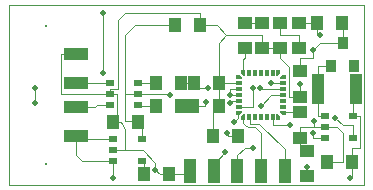
<source format=gbr>
G04 PROTEUS GERBER X2 FILE*
%TF.GenerationSoftware,Labcenter,Proteus,8.5-SP0-Build22067*%
%TF.CreationDate,2018-05-09T22:16:53+00:00*%
%TF.FileFunction,Copper,L1,Top*%
%TF.FilePolarity,Positive*%
%TF.Part,Single*%
%FSLAX45Y45*%
%MOMM*%
G01*
%TA.AperFunction,Conductor*%
%ADD10C,0.100000*%
%TA.AperFunction,ViaPad*%
%ADD11C,0.508000*%
%TA.AperFunction,SMDPad,CuDef*%
%ADD12R,2.000000X1.100000*%
%AMPPAD003*
4,1,20,
-0.063500,-0.038100,
-0.063500,0.038100,
-0.061540,0.048090,
-0.056160,0.056160,
-0.048090,0.061540,
-0.038100,0.063500,
0.038100,0.063500,
0.048090,0.061540,
0.056160,0.056160,
0.061540,0.048090,
0.063500,0.038100,
0.063500,-0.038100,
0.061540,-0.048090,
0.056160,-0.056160,
0.048090,-0.061540,
0.038100,-0.063500,
-0.038100,-0.063500,
-0.048090,-0.061540,
-0.056160,-0.056160,
-0.061540,-0.048090,
-0.063500,-0.038100,
0*%
%TA.AperFunction,WasherPad*%
%ADD13PPAD003*%
%TA.AperFunction,SMDPad,CuDef*%
%ADD14R,0.635000X0.508000*%
%ADD15R,1.016000X1.270000*%
%AMPPAD006*
4,1,5,
0.250000,0.150000,
0.250000,-0.150000,
-0.100000,-0.150000,
-0.250000,0.000000,
-0.250000,0.150000,
0.250000,0.150000,
0*%
%ADD16PPAD006*%
%ADD17R,0.550000X0.300000*%
%AMPPAD008*
4,1,5,
0.250000,-0.150000,
0.250000,0.150000,
-0.100000,0.150000,
-0.250000,0.000000,
-0.250000,-0.150000,
0.250000,-0.150000,
0*%
%ADD18PPAD008*%
%AMPPAD009*
4,1,5,
-0.150000,0.250000,
0.150000,0.250000,
0.150000,-0.100000,
0.000000,-0.250000,
-0.150000,-0.250000,
-0.150000,0.250000,
0*%
%ADD19PPAD009*%
%ADD70R,0.300000X0.550000*%
%AMPPAD011*
4,1,5,
0.150000,0.250000,
-0.150000,0.250000,
-0.150000,-0.100000,
0.000000,-0.250000,
0.150000,-0.250000,
0.150000,0.250000,
0*%
%ADD71PPAD011*%
%AMPPAD012*
4,1,5,
-0.250000,-0.150000,
-0.250000,0.150000,
0.100000,0.150000,
0.250000,0.000000,
0.250000,-0.150000,
-0.250000,-0.150000,
0*%
%ADD20PPAD012*%
%AMPPAD013*
4,1,5,
-0.250000,0.150000,
-0.250000,-0.150000,
0.100000,-0.150000,
0.250000,0.000000,
0.250000,0.150000,
-0.250000,0.150000,
0*%
%ADD21PPAD013*%
%AMPPAD014*
4,1,5,
0.150000,-0.250000,
-0.150000,-0.250000,
-0.150000,0.100000,
0.000000,0.250000,
0.150000,0.250000,
0.150000,-0.250000,
0*%
%ADD22PPAD014*%
%AMPPAD015*
4,1,5,
-0.150000,-0.250000,
0.150000,-0.250000,
0.150000,0.100000,
0.000000,0.250000,
-0.150000,0.250000,
-0.150000,-0.250000,
0*%
%ADD23PPAD015*%
%ADD24R,0.889000X1.016000*%
%ADD25R,1.016000X2.540000*%
%ADD26R,1.270000X1.016000*%
%ADD27R,1.100000X2.000000*%
%TA.AperFunction,Profile*%
%ADD28C,0.101600*%
D10*
X-930000Y+100000D02*
X-762000Y+100000D01*
X-758021Y+103979D01*
X-640000Y+103980D01*
X-640000Y+103979D01*
X-930000Y-100000D02*
X-762000Y-100000D01*
X-748520Y-86520D01*
X-640000Y-86520D01*
X-401240Y-86520D02*
X-401240Y-90000D01*
X-250000Y-90000D01*
X-401240Y+103980D02*
X-401240Y+100000D01*
X-250000Y+100000D01*
X-371240Y-560500D02*
X-350000Y-560500D01*
X-350000Y-670000D01*
X+1125040Y+50000D02*
X+1125040Y+249500D01*
X+1236020Y+249500D01*
X+1125040Y+50000D02*
X+1125040Y-173480D01*
X+1178080Y-173480D01*
X+1110000Y+610000D02*
X+1110000Y+520700D01*
X+1122700Y+508000D01*
X+1143000Y+508000D01*
X+1079500Y-317500D02*
X+1079500Y-363980D01*
X+1178080Y-363980D01*
X+1110000Y+610000D02*
X+1110000Y+613360D01*
X+960000Y+613360D01*
X+960000Y+400000D02*
X+960000Y+508000D01*
X+800000Y+508000D01*
X+800000Y+613360D01*
X-1270000Y+63500D02*
X-1270000Y-63500D01*
X+487500Y+187500D02*
X+487500Y+187499D01*
X+500000Y+400000D02*
X+500000Y+313368D01*
X+489575Y+302943D01*
X+489575Y+189575D01*
X+487500Y+187500D01*
X+825000Y-150000D02*
X+825000Y-146640D01*
X+970000Y-146640D01*
X+650000Y+610000D02*
X+650000Y+613360D01*
X+500000Y+613360D01*
X+1330000Y+440000D02*
X+1138500Y+440000D01*
X+1079500Y+381000D01*
X+1079500Y+317500D02*
X+970000Y+317500D01*
X+970000Y+200000D01*
X+1330000Y+440000D02*
X+1330000Y+610000D01*
X+1323360Y+610000D01*
X+1079500Y+317500D02*
X+1079500Y+381000D01*
X-508000Y+7460D02*
X-508000Y+508000D01*
X-426000Y+590000D01*
X-90000Y+590000D01*
X-400000Y-230000D02*
X-400000Y-217460D01*
X-508000Y-217460D01*
X-508000Y+7460D01*
X-444500Y+7460D02*
X-508000Y+7460D01*
X-400000Y-230000D02*
X-371240Y-230000D01*
X-371240Y-370000D01*
X-401240Y+7460D02*
X-401240Y+7459D01*
X-444500Y+7459D01*
X-444500Y+7460D01*
X+381000Y+0D02*
X+450000Y+0D01*
X-401240Y+7460D02*
X-134460Y+7460D01*
X-127000Y+0D01*
X+381000Y+0D02*
X+381000Y+50000D01*
X+450000Y+50000D01*
X+889000Y-254000D02*
X+737501Y-254000D01*
X+737500Y-187500D01*
X+737501Y-187500D01*
X+1270000Y-190500D02*
X+1333500Y-254000D01*
X+1416840Y-254000D01*
X+1416840Y-363980D01*
X+537500Y-187500D02*
X+544115Y-194115D01*
X+544115Y-242120D01*
X+622120Y-242120D01*
X+840000Y-460000D01*
X+840000Y-640000D01*
X-640000Y+10000D02*
X-583250Y+9999D01*
X-583250Y-230000D01*
X-254000Y-635000D02*
X-254000Y-571500D01*
X-361519Y-463981D01*
X-508000Y-463981D01*
X-583250Y-230000D02*
X-613360Y-230000D01*
X-640000Y+10000D02*
X-640000Y+48259D01*
X-571500Y+48259D01*
X-571500Y+635000D01*
X-508000Y+698500D01*
X+123360Y+698500D01*
X+123360Y+590000D01*
X-640000Y+9999D02*
X-640000Y+10000D01*
X-1055000Y+9999D01*
X-1055000Y+350000D01*
X-930000Y+350000D01*
X+800000Y+400000D02*
X+800000Y+317500D01*
X+879500Y+238000D01*
X+879500Y-13360D01*
X+970000Y-13360D01*
X-508000Y-463981D02*
X-610000Y-463980D01*
X-610000Y-463981D01*
X+123360Y+590000D02*
X+264860Y+590000D01*
X+346860Y+508000D01*
X-136640Y-670000D02*
X-219000Y-670000D01*
X-254000Y-635000D01*
X+280000Y-90000D02*
X+280000Y+100000D01*
X+283360Y+100000D01*
X+650000Y+396640D02*
X+650000Y+508000D01*
X+346860Y+508000D01*
X+283360Y+100000D02*
X+283360Y+100001D01*
X+346860Y+508000D02*
X+283360Y+444500D01*
X+283360Y+100001D01*
X+381000Y+100001D01*
X+381001Y+100000D01*
X+450000Y+100000D01*
X-136640Y-670000D02*
X+10000Y-670000D01*
X+40000Y-640000D01*
X-698500Y+698500D02*
X-698500Y+190500D01*
X+487500Y-187500D02*
X+487501Y-187500D01*
X+450000Y-150000D02*
X+450001Y-150000D01*
X+571500Y+63500D02*
X+571500Y-100000D01*
X+450000Y-100000D01*
X+70000Y+63500D02*
X+70000Y+100000D01*
X+190500Y+63500D02*
X+70000Y+63500D01*
X+66640Y-90000D02*
X-36640Y-90000D01*
X-930000Y-355000D02*
X-930000Y-350000D01*
X+1416840Y-173480D02*
X+1416840Y+50000D01*
X+1440000Y+50000D01*
X+1413360Y-570000D02*
X+1413360Y-444500D01*
X+1476755Y-444500D01*
X+1476755Y-173480D01*
X+1416840Y-173480D01*
X-698500Y-370001D02*
X-610000Y-370000D01*
X-610000Y-370001D01*
X+635000Y+63500D02*
X+648500Y+50000D01*
X+825000Y+50000D01*
X+650000Y+396640D02*
X+796640Y+396640D01*
X+800000Y+400000D01*
X+1200000Y-570000D02*
X+1333500Y-570000D01*
X+1333500Y-320000D01*
X+1280000Y-270000D01*
X+1178080Y-267460D01*
X-930000Y-370001D02*
X-930000Y-355000D01*
X-698500Y-370001D02*
X-930000Y-370001D01*
X-610000Y-560500D02*
X-880000Y-560000D01*
X-930000Y-510000D01*
X-930000Y-370001D01*
X-610000Y-560500D02*
X-610000Y-698500D01*
X+1397000Y-698500D02*
X+1413360Y-682140D01*
X+1413360Y-570000D01*
X-508000Y-463981D02*
X-508000Y-290000D01*
X-550000Y-230000D01*
X-583250Y-230000D01*
X-36640Y+100000D02*
X+70000Y+100000D01*
X+970000Y-360000D02*
X+970000Y-410000D01*
X+1030000Y-470000D01*
X+970000Y-13360D02*
X+970000Y+90000D01*
X+1087603Y-221187D02*
X+1087603Y-265063D01*
X+1090000Y-267460D01*
X+1178080Y-267460D01*
X+1090000Y-267460D02*
X+970000Y-267460D01*
X+970000Y-360000D01*
X+440000Y-640000D02*
X+440000Y-508000D01*
X+503500Y-444500D01*
X+571500Y-444500D01*
X+410000Y-230000D02*
X+445161Y-190500D01*
X+445161Y-150000D01*
X+450000Y-150000D01*
X+725500Y+100000D02*
X+825000Y+100000D01*
X+1030000Y-683360D02*
X+1030000Y-610000D01*
X+66640Y-90000D02*
X+164000Y-90000D01*
X+170000Y-60000D01*
X+381000Y-63500D02*
X+394500Y-50000D01*
X+450000Y-50000D01*
X+825000Y+0D02*
X+726114Y+0D01*
X+637672Y-88442D01*
X+335655Y-483779D02*
X+240000Y-579434D01*
X+240000Y-630000D01*
X+240000Y-640000D01*
X+240000Y-579434D02*
X+240000Y-570000D01*
X+240000Y-579434D02*
X+240000Y-570000D01*
X+280000Y-90000D02*
X+231140Y-90000D01*
X+231140Y-350000D01*
X+352140Y-317500D02*
X+352140Y-337300D01*
X+364840Y-350000D01*
X+444500Y-350000D01*
X+640000Y-640000D02*
X+640000Y-317500D01*
X+590000Y-270000D01*
X+525780Y-269240D01*
X+508000Y-254000D01*
X+490000Y-240000D01*
X+487500Y-187500D01*
D11*
X+1143000Y+508000D03*
X+1079500Y-317500D03*
X-1270000Y-63500D03*
X-1270000Y+63500D03*
X+1079500Y+381000D03*
X-127000Y+0D03*
X+889000Y-254000D03*
X+1270000Y-190500D03*
X-698500Y+190500D03*
X+571500Y+63500D03*
X+190500Y+63500D03*
X+1397000Y-698500D03*
X+970000Y+90000D03*
X+1087603Y-221187D03*
X+571500Y-444500D03*
X+410000Y-230000D03*
X-610000Y-698500D03*
X-698500Y+698500D03*
X+725500Y+100000D03*
X+1030000Y-610000D03*
X+635000Y+63500D03*
X+170000Y-60000D03*
X+381000Y-63500D03*
X+637672Y-88442D03*
X+335655Y-483779D03*
X+381000Y+0D03*
X+352140Y-317500D03*
X-254000Y-635000D03*
D12*
X-930000Y-350000D03*
X-930000Y-100000D03*
X-930000Y+100000D03*
X-930000Y+350000D03*
D13*
X-1180000Y-585000D03*
X-1180000Y+585000D03*
D14*
X-640000Y+103980D03*
X-640000Y+10000D03*
X-640000Y-86520D03*
X-401240Y-86520D03*
X-401240Y+7460D03*
X-401240Y+103980D03*
D15*
X-250000Y+100000D03*
X-36640Y+100000D03*
X-250000Y-90000D03*
X-36640Y-90000D03*
X+66640Y-90000D03*
X+280000Y-90000D03*
X+70000Y+100000D03*
X+283360Y+100000D03*
D16*
X+825000Y-150000D03*
D17*
X+825000Y-100000D03*
X+825000Y-50000D03*
X+825000Y+0D03*
X+825000Y+50000D03*
X+825000Y+100000D03*
D18*
X+825000Y+150000D03*
D19*
X+787500Y+187500D03*
D70*
X+737500Y+187500D03*
X+687500Y+187500D03*
X+637500Y+187500D03*
X+587500Y+187500D03*
X+537500Y+187500D03*
D71*
X+487500Y+187500D03*
D20*
X+450000Y+150000D03*
D17*
X+450000Y+100000D03*
X+450000Y+50000D03*
X+450000Y+0D03*
X+450000Y-50000D03*
X+450000Y-100000D03*
D21*
X+450000Y-150000D03*
D22*
X+487500Y-187500D03*
D70*
X+537500Y-187500D03*
X+587500Y-187500D03*
X+637500Y-187500D03*
X+687500Y-187500D03*
X+737500Y-187500D03*
D23*
X+787500Y-187500D03*
D15*
X-400000Y-230000D03*
X-613360Y-230000D03*
D14*
X-610000Y-370000D03*
X-610000Y-463980D03*
X-610000Y-560500D03*
X-371240Y-560500D03*
X-371240Y-370000D03*
D15*
X-350000Y-670000D03*
X-136640Y-670000D03*
X+1413360Y-570000D03*
X+1200000Y-570000D03*
D14*
X+1178080Y-173480D03*
X+1178080Y-267460D03*
X+1178080Y-363980D03*
X+1416840Y-363980D03*
X+1416840Y-173480D03*
D24*
X+1330000Y+440000D03*
X+1236020Y+249500D03*
X+1423980Y+249500D03*
D25*
X+1440000Y+50000D03*
X+1125040Y+50000D03*
D26*
X+970000Y+200000D03*
X+970000Y-13360D03*
D15*
X+1323360Y+610000D03*
X+1110000Y+610000D03*
D26*
X+960000Y+613360D03*
X+960000Y+400000D03*
X+800000Y+613360D03*
X+800000Y+400000D03*
D15*
X+444500Y-350000D03*
X+231140Y-350000D03*
D26*
X+650000Y+610000D03*
X+650000Y+396640D03*
X+500000Y+400000D03*
X+500000Y+613360D03*
D15*
X-90000Y+590000D03*
X+123360Y+590000D03*
D26*
X+1030000Y-683360D03*
X+1030000Y-470000D03*
X+970000Y-146640D03*
X+970000Y-360000D03*
D27*
X+40000Y-640000D03*
X+40000Y-640000D03*
X+240000Y-640000D03*
X+440000Y-640000D03*
X+640000Y-640000D03*
X+840000Y-640000D03*
D28*
X-1490000Y-760000D02*
X+1510000Y-760000D01*
X+1510000Y+760000D01*
X-1490000Y+760000D01*
X-1490000Y-760000D01*
M02*

</source>
